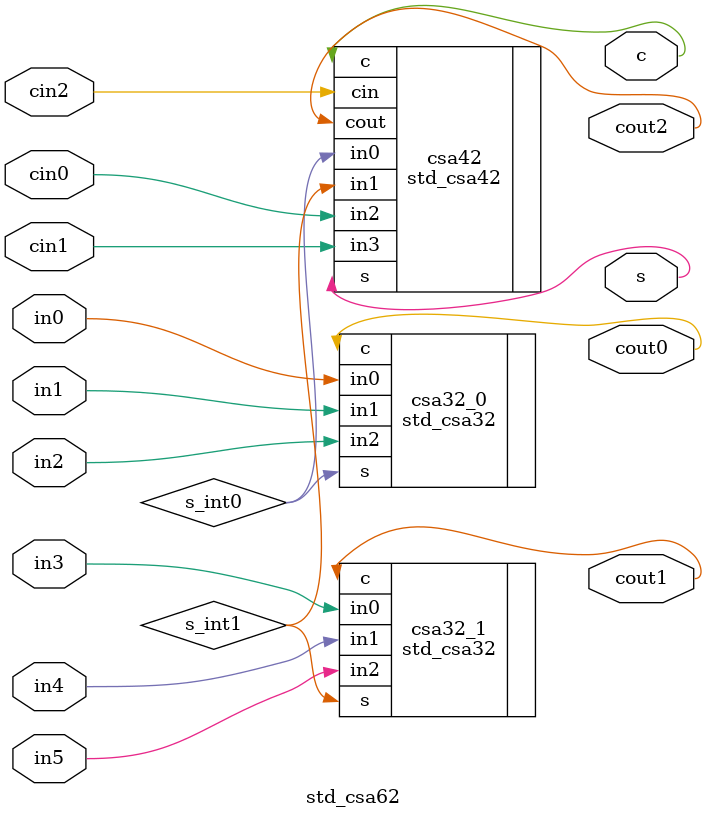
<source format=sv>

module std_csa62  #(parameter DW = 1) // data width
( 
	input [DW-1:0]  in0, //input
	input [DW-1:0]  in1,//input
	input [DW-1:0]  in2,//input
	input [DW-1:0]  in3,//input
	input [DW-1:0]  in4,//input
	input [DW-1:0]  in5,//input
	input [DW-1:0]  cin0,//carry in
	input [DW-1:0]  cin1,//carry in
	input [DW-1:0]  cin2,//carry in
	output [DW-1:0] s, //sum 
	output [DW-1:0] c, //carry
	output [DW-1:0] cout0, //carry out
	output [DW-1:0] cout1, //carry out
	output [DW-1:0] cout2  //carry out
);
  
logic   [DW-1:0] s_int0;
logic [DW-1:0]   s_int1;

std_csa32 #(.DW(DW)) csa32_0 
(
	.in0(in0[DW-1:0]),
	.in1(in1[DW-1:0]),
	.in2(in2[DW-1:0]),
	.c(cout0[DW-1:0]),
	.s(s_int0[DW-1:0])
);

std_csa32 #(.DW(DW)) csa32_1 
(
	.in0(in3[DW-1:0]),
	.in1(in4[DW-1:0]),
	.in2(in5[DW-1:0]),
	.c(cout1[DW-1:0]),
	.s(s_int1[DW-1:0])
);

std_csa42 #(.DW(DW)) csa42 
(
	.in0(s_int0[DW-1:0]),
	.in1(s_int1[DW-1:0]),
	.in2(cin0[DW-1:0]),
	.in3(cin1[DW-1:0]),
	.cin(cin2[DW-1:0]),
	.cout(cout2[DW-1:0]),
	.c(c[DW-1:0]),
	.s(s[DW-1:0])
);

endmodule // std_csa62


</source>
